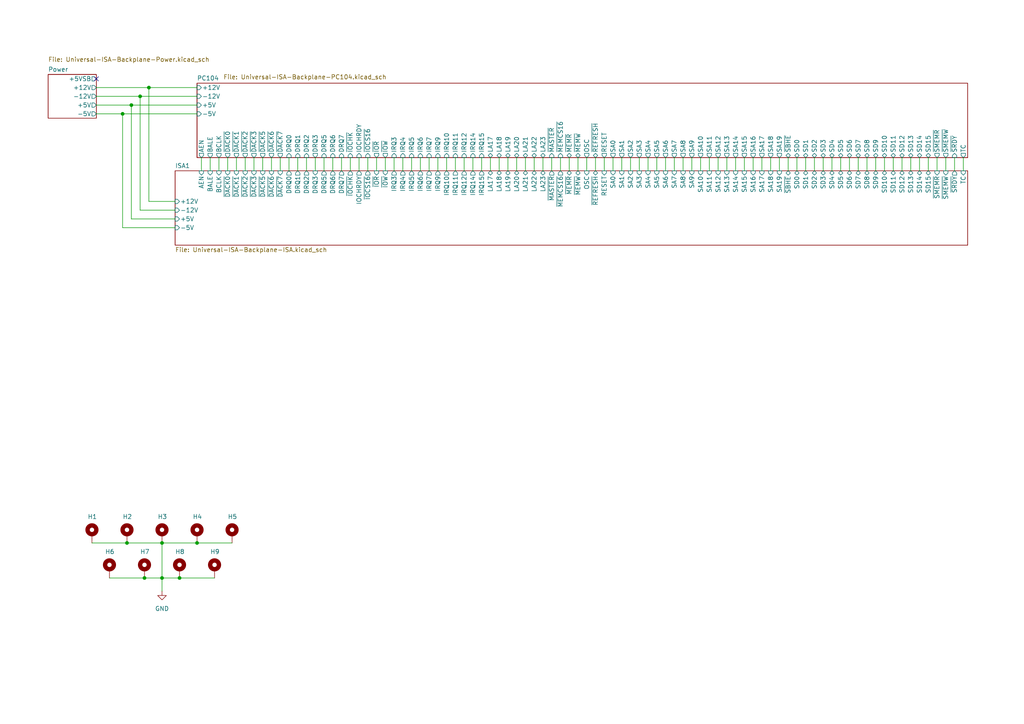
<source format=kicad_sch>
(kicad_sch (version 20211123) (generator eeschema)
  (paper "A4")
  (title_block (title "Universal ISA Backplane") (date "2022-01-08") (rev "1.99-dev") (company "Tedd | License: GFDLv3"))
  (lib_symbols
    (symbol "Mechanical:MountingHole_Pad" (pin_numbers hide) (pin_names (offset 1.016) hide)
      (property "Reference" "H" (at 0 6.35 0))
      (property "Value" "MountingHole_Pad" (at 0 4.445 0))
      (symbol "MountingHole_Pad_0_1"
        (circle (center 0 1.27) (radius 1.27) (stroke (width 1.27)))
      )
      (symbol "MountingHole_Pad_1_1"
        (pin input line (at 0 -2.54 90) (length 2.54) (name "1") (number "1"))
      )
    )
    (symbol "power:GND" (power) (pin_names (offset 0))
      (property "Value" "GND" (at 0 -3.81 0))
      (symbol "GND_0_1"
        (polyline (pts (xy 0 0) (xy 0 -1.27) (xy 1.27 -1.27) (xy 0 -2.54) (xy -1.27 -1.27) (xy 0 -1.27)))
      )
      (symbol "GND_1_1"
        (pin power_in line (at 0 0 270) (length 0) hide (name "GND") (number "1"))
      )
    )
  )
  (junction (at 52.07 167.64))
  (junction (at 46.99 157.48))
  (junction (at 43.18 25.4))
  (junction (at 41.91 167.64))
  (junction (at 36.83 157.48))
  (junction (at 57.15 157.48))
  (junction (at 38.1 30.48))
  (junction (at 40.64 27.94))
  (junction (at 46.99 167.64))
  (junction (at 35.56 33.02))
  (no_connect (at 27.94 22.86))
  (wire (pts (xy 81.28 45.72) (xy 81.28 49.53)))
  (wire (pts (xy 46.99 167.64) (xy 52.07 167.64)))
  (wire (pts (xy 43.18 58.42) (xy 50.8 58.42)))
  (wire (pts (xy 200.66 45.72) (xy 200.66 49.53)))
  (wire (pts (xy 256.54 45.72) (xy 256.54 49.53)))
  (wire (pts (xy 215.9 45.72) (xy 215.9 49.53)))
  (wire (pts (xy 231.14 45.72) (xy 231.14 49.53)))
  (wire (pts (xy 182.88 45.72) (xy 182.88 49.53)))
  (wire (pts (xy 144.78 45.72) (xy 144.78 49.53)))
  (wire (pts (xy 40.64 27.94) (xy 40.64 60.96)))
  (wire (pts (xy 132.08 45.72) (xy 132.08 49.53)))
  (wire (pts (xy 43.18 25.4) (xy 57.15 25.4)))
  (wire (pts (xy 210.82 45.72) (xy 210.82 49.53)))
  (wire (pts (xy 218.44 45.72) (xy 218.44 49.53)))
  (wire (pts (xy 266.7 45.72) (xy 266.7 49.53)))
  (wire (pts (xy 27.94 30.48) (xy 38.1 30.48)))
  (wire (pts (xy 154.94 45.72) (xy 154.94 49.53)))
  (wire (pts (xy 99.06 45.72) (xy 99.06 49.53)))
  (wire (pts (xy 68.58 45.72) (xy 68.58 49.53)))
  (wire (pts (xy 114.3 45.72) (xy 114.3 49.53)))
  (wire (pts (xy 36.83 157.48) (xy 46.99 157.48)))
  (wire (pts (xy 139.7 45.72) (xy 139.7 49.53)))
  (wire (pts (xy 41.91 167.64) (xy 46.99 167.64)))
  (wire (pts (xy 264.16 45.72) (xy 264.16 49.53)))
  (wire (pts (xy 46.99 167.64) (xy 46.99 171.45)))
  (wire (pts (xy 111.76 45.72) (xy 111.76 49.53)))
  (wire (pts (xy 119.38 45.72) (xy 119.38 49.53)))
  (wire (pts (xy 170.18 45.72) (xy 170.18 49.53)))
  (wire (pts (xy 71.12 45.72) (xy 71.12 49.53)))
  (wire (pts (xy 205.74 45.72) (xy 205.74 49.53)))
  (wire (pts (xy 63.5 45.72) (xy 63.5 49.53)))
  (wire (pts (xy 116.84 45.72) (xy 116.84 49.53)))
  (wire (pts (xy 86.36 45.72) (xy 86.36 49.53)))
  (wire (pts (xy 134.62 45.72) (xy 134.62 49.53)))
  (wire (pts (xy 142.24 45.72) (xy 142.24 49.53)))
  (wire (pts (xy 180.34 45.72) (xy 180.34 49.53)))
  (wire (pts (xy 121.92 45.72) (xy 121.92 49.53)))
  (wire (pts (xy 177.8 45.72) (xy 177.8 49.53)))
  (wire (pts (xy 57.15 157.48) (xy 67.31 157.48)))
  (wire (pts (xy 147.32 45.72) (xy 147.32 49.53)))
  (wire (pts (xy 106.68 45.72) (xy 106.68 49.53)))
  (wire (pts (xy 73.66 45.72) (xy 73.66 49.53)))
  (wire (pts (xy 101.6 45.72) (xy 101.6 49.53)))
  (wire (pts (xy 109.22 45.72) (xy 109.22 49.53)))
  (wire (pts (xy 167.64 45.72) (xy 167.64 49.53)))
  (wire (pts (xy 213.36 45.72) (xy 213.36 49.53)))
  (wire (pts (xy 27.94 33.02) (xy 35.56 33.02)))
  (wire (pts (xy 83.82 45.72) (xy 83.82 49.53)))
  (wire (pts (xy 193.04 45.72) (xy 193.04 49.53)))
  (wire (pts (xy 279.4 45.72) (xy 279.4 49.53)))
  (wire (pts (xy 172.72 45.72) (xy 172.72 49.53)))
  (wire (pts (xy 223.52 45.72) (xy 223.52 49.53)))
  (wire (pts (xy 175.26 45.72) (xy 175.26 49.53)))
  (wire (pts (xy 248.92 45.72) (xy 248.92 49.53)))
  (wire (pts (xy 276.86 45.72) (xy 276.86 49.53)))
  (wire (pts (xy 27.94 25.4) (xy 43.18 25.4)))
  (wire (pts (xy 271.78 45.72) (xy 271.78 49.53)))
  (wire (pts (xy 91.44 45.72) (xy 91.44 49.53)))
  (wire (pts (xy 66.04 45.72) (xy 66.04 49.53)))
  (wire (pts (xy 78.74 45.72) (xy 78.74 49.53)))
  (wire (pts (xy 93.98 45.72) (xy 93.98 49.53)))
  (wire (pts (xy 35.56 33.02) (xy 35.56 66.04)))
  (wire (pts (xy 241.3 45.72) (xy 241.3 49.53)))
  (wire (pts (xy 246.38 45.72) (xy 246.38 49.53)))
  (wire (pts (xy 274.32 45.72) (xy 274.32 49.53)))
  (wire (pts (xy 198.12 45.72) (xy 198.12 49.53)))
  (wire (pts (xy 254 45.72) (xy 254 49.53)))
  (wire (pts (xy 46.99 157.48) (xy 46.99 167.64)))
  (wire (pts (xy 152.4 45.72) (xy 152.4 49.53)))
  (wire (pts (xy 203.2 45.72) (xy 203.2 49.53)))
  (wire (pts (xy 165.1 45.72) (xy 165.1 49.53)))
  (wire (pts (xy 236.22 45.72) (xy 236.22 49.53)))
  (wire (pts (xy 220.98 45.72) (xy 220.98 49.53)))
  (wire (pts (xy 157.48 45.72) (xy 157.48 49.53)))
  (wire (pts (xy 162.56 45.72) (xy 162.56 49.53)))
  (wire (pts (xy 261.62 45.72) (xy 261.62 49.53)))
  (wire (pts (xy 269.24 45.72) (xy 269.24 49.53)))
  (wire (pts (xy 195.58 45.72) (xy 195.58 49.53)))
  (wire (pts (xy 149.86 45.72) (xy 149.86 49.53)))
  (wire (pts (xy 76.2 45.72) (xy 76.2 49.53)))
  (wire (pts (xy 104.14 45.72) (xy 104.14 49.53)))
  (wire (pts (xy 259.08 45.72) (xy 259.08 49.53)))
  (wire (pts (xy 43.18 25.4) (xy 43.18 58.42)))
  (wire (pts (xy 52.07 167.64) (xy 62.23 167.64)))
  (wire (pts (xy 40.64 60.96) (xy 50.8 60.96)))
  (wire (pts (xy 46.99 157.48) (xy 57.15 157.48)))
  (wire (pts (xy 60.96 45.72) (xy 60.96 49.53)))
  (wire (pts (xy 190.5 45.72) (xy 190.5 49.53)))
  (wire (pts (xy 187.96 45.72) (xy 187.96 49.53)))
  (wire (pts (xy 38.1 30.48) (xy 57.15 30.48)))
  (wire (pts (xy 208.28 45.72) (xy 208.28 49.53)))
  (wire (pts (xy 96.52 45.72) (xy 96.52 49.53)))
  (wire (pts (xy 40.64 27.94) (xy 57.15 27.94)))
  (wire (pts (xy 238.76 45.72) (xy 238.76 49.53)))
  (wire (pts (xy 38.1 30.48) (xy 38.1 63.5)))
  (wire (pts (xy 35.56 66.04) (xy 50.8 66.04)))
  (wire (pts (xy 228.6 45.72) (xy 228.6 49.53)))
  (wire (pts (xy 27.94 27.94) (xy 40.64 27.94)))
  (wire (pts (xy 127 45.72) (xy 127 49.53)))
  (wire (pts (xy 38.1 63.5) (xy 50.8 63.5)))
  (wire (pts (xy 160.02 45.72) (xy 160.02 49.53)))
  (wire (pts (xy 251.46 45.72) (xy 251.46 49.53)))
  (wire (pts (xy 137.16 45.72) (xy 137.16 49.53)))
  (wire (pts (xy 185.42 45.72) (xy 185.42 49.53)))
  (wire (pts (xy 129.54 45.72) (xy 129.54 49.53)))
  (wire (pts (xy 31.75 167.64) (xy 41.91 167.64)))
  (wire (pts (xy 26.67 157.48) (xy 36.83 157.48)))
  (wire (pts (xy 226.06 45.72) (xy 226.06 49.53)))
  (wire (pts (xy 233.68 45.72) (xy 233.68 49.53)))
  (wire (pts (xy 35.56 33.02) (xy 57.15 33.02)))
  (wire (pts (xy 88.9 45.72) (xy 88.9 49.53)))
  (wire (pts (xy 124.46 45.72) (xy 124.46 49.53)))
  (wire (pts (xy 243.84 45.72) (xy 243.84 49.53)))
  (wire (pts (xy 58.42 45.72) (xy 58.42 49.53)))
  (symbol (lib_id "Mechanical:MountingHole_Pad") (at 46.99 154.94 0) (unit 1)
    (property "Reference" "H3" (at 45.72 149.86 0) (effects (justify left)))
    (property "Value" "MountingHole_Pad" (effects hide))
    (property "Footprint" "MountingHole:MountingHole_4mm_Pad_TopBottom" (effects hide))
  )
  (symbol (lib_id "Mechanical:MountingHole_Pad") (at 62.23 165.1 0) (unit 1)
    (property "Reference" "H9" (at 60.96 160.02 0) (effects (justify left)))
    (property "Value" "MountingHole_Pad" (effects hide))
    (property "Footprint" "MountingHole:MountingHole_4mm_Pad_TopBottom" (effects hide))
  )
  (symbol (lib_id "Mechanical:MountingHole_Pad") (at 26.67 154.94 0) (unit 1)
    (property "Reference" "H1" (at 25.4 149.86 0) (effects (justify left)))
    (property "Value" "MountingHole_Pad" (effects hide))
    (property "Footprint" "MountingHole:MountingHole_4mm_Pad_TopBottom" (effects hide))
  )
  (symbol (lib_id "Mechanical:MountingHole_Pad") (at 41.91 165.1 0) (unit 1)
    (property "Reference" "H7" (at 40.64 160.02 0) (effects (justify left)))
    (property "Value" "MountingHole_Pad" (effects hide))
    (property "Footprint" "MountingHole:MountingHole_4mm_Pad_TopBottom" (effects hide))
  )
  (symbol (lib_id "Mechanical:MountingHole_Pad") (at 67.31 154.94 0) (unit 1)
    (property "Reference" "H5" (at 66.04 149.86 0) (effects (justify left)))
    (property "Value" "MountingHole_Pad" (effects hide))
    (property "Footprint" "MountingHole:MountingHole_4mm_Pad_TopBottom" (effects hide))
  )
  (symbol (lib_id "Mechanical:MountingHole_Pad") (at 57.15 154.94 0) (unit 1)
    (property "Reference" "H4" (at 55.88 149.86 0) (effects (justify left)))
    (property "Value" "MountingHole_Pad" (effects hide))
    (property "Footprint" "MountingHole:MountingHole_4mm_Pad_TopBottom" (effects hide))
  )
  (symbol (lib_id "Mechanical:MountingHole_Pad") (at 36.83 154.94 0) (mirror y) (unit 1)
    (property "Reference" "H2" (at 35.56 149.86 0) (effects (justify right)))
    (property "Value" "MountingHole_Pad" (effects hide))
    (property "Footprint" "MountingHole:MountingHole_4mm_Pad_TopBottom" (effects hide))
  )
  (symbol (lib_id "power:GND") (at 46.99 171.45 0) (mirror y) (unit 1)
    (property "Reference" "#PWR0102" (effects hide))
    (property "Value" "GND" (at 46.99 176.53 0))
  )
  (symbol (lib_id "Mechanical:MountingHole_Pad") (at 31.75 165.1 0) (unit 1)
    (property "Reference" "H6" (at 30.48 160.02 0) (effects (justify left)))
    (property "Value" "MountingHole_Pad" (effects hide))
    (property "Footprint" "MountingHole:MountingHole_4mm_Pad_TopBottom" (effects hide))
  )
  (symbol (lib_id "Mechanical:MountingHole_Pad") (at 52.07 165.1 0) (unit 1)
    (property "Reference" "H8" (at 50.8 160.02 0) (effects (justify left)))
    (property "Value" "MountingHole_Pad" (effects hide))
    (property "Footprint" "MountingHole:MountingHole_4mm_Pad_TopBottom" (effects hide))
  )
  (sheet (at 57.15 24.13) (size 223.52 21.59) (stroke (width 0.1524))
    (property "Sheet name" "PC104" (at 57.15 23.4184 0) (effects (justify left bottom)))
    (property "Sheet file" "Universal-ISA-Backplane-PC104.kicad_sch" (at 64.77 21.59 0) (effects (justify left top)))
    (pin "-12V" input (at 57.15 27.94 180))
    (pin "+12V" input (at 57.15 25.4 180))
    (pin "-5V" input (at 57.15 33.02 180))
    (pin "+5V" input (at 57.15 30.48 180))
    (pin "SA0" output (at 177.8 45.72 270))
    (pin "SA5" output (at 190.5 45.72 270))
    (pin "SA6" output (at 193.04 45.72 270))
    (pin "IRQ4" input (at 116.84 45.72 270))
    (pin "IRQ5" input (at 119.38 45.72 270))
    (pin "IRQ3" input (at 114.3 45.72 270))
    (pin "SA3" output (at 185.42 45.72 270))
    (pin "SA2" output (at 182.88 45.72 270))
    (pin "SA1" output (at 180.34 45.72 270))
    (pin "SA4" output (at 187.96 45.72 270))
    (pin "BALE" output (at 60.96 45.72 270))
    (pin "OSC" output (at 170.18 45.72 270))
    (pin "TC" output (at 279.4 45.72 270))
    (pin "SA8" output (at 198.12 45.72 270))
    (pin "SA9" output (at 200.66 45.72 270))
    (pin "SA7" output (at 195.58 45.72 270))
    (pin "SD6" bidirectional (at 246.38 45.72 270))
    (pin "SD7" bidirectional (at 248.92 45.72 270))
    (pin "~{IOCHK}" input (at 101.6 45.72 270))
    (pin "SD1" bidirectional (at 233.68 45.72 270))
    (pin "SD0" bidirectional (at 231.14 45.72 270))
    (pin "IOCHRDY" input (at 104.14 45.72 270))
    (pin "SA19" output (at 226.06 45.72 270))
    (pin "SA18" output (at 223.52 45.72 270))
    (pin "AEN" output (at 58.42 45.72 270))
    (pin "SD2" bidirectional (at 236.22 45.72 270))
    (pin "SD4" bidirectional (at 241.3 45.72 270))
    (pin "SD3" bidirectional (at 238.76 45.72 270))
    (pin "SD5" bidirectional (at 243.84 45.72 270))
    (pin "SD15" bidirectional (at 269.24 45.72 270))
    (pin "SD14" bidirectional (at 266.7 45.72 270))
    (pin "SD11" bidirectional (at 259.08 45.72 270))
    (pin "SD13" bidirectional (at 264.16 45.72 270))
    (pin "SD12" bidirectional (at 261.62 45.72 270))
    (pin "SD8" bidirectional (at 251.46 45.72 270))
    (pin "SD10" bidirectional (at 256.54 45.72 270))
    (pin "SD9" bidirectional (at 254 45.72 270))
    (pin "DRQ7" input (at 99.06 45.72 270))
    (pin "~{MASTER}" input (at 160.02 45.72 270))
    (pin "DRQ6" input (at 96.52 45.72 270))
    (pin "~{DACK7}" output (at 81.28 45.72 270))
    (pin "DRQ5" input (at 93.98 45.72 270))
    (pin "IRQ7" input (at 124.46 45.72 270))
    (pin "SA15" output (at 215.9 45.72 270))
    (pin "SA17" output (at 220.98 45.72 270))
    (pin "SA14" output (at 213.36 45.72 270))
    (pin "SA16" output (at 218.44 45.72 270))
    (pin "SA11" output (at 205.74 45.72 270))
    (pin "SA13" output (at 210.82 45.72 270))
    (pin "SA10" output (at 203.2 45.72 270))
    (pin "SA12" output (at 208.28 45.72 270))
    (pin "~{IOR}" output (at 109.22 45.72 270))
    (pin "~{SBHE}" bidirectional (at 228.6 45.72 270))
    (pin "RESET" output (at 175.26 45.72 270))
    (pin "LA17" bidirectional (at 142.24 45.72 270))
    (pin "~{MEMR}" bidirectional (at 165.1 45.72 270))
    (pin "~{MEMW}" bidirectional (at 167.64 45.72 270))
    (pin "IRQ6" input (at 121.92 45.72 270))
    (pin "~{DACK2}" output (at 71.12 45.72 270))
    (pin "DRQ2" input (at 88.9 45.72 270))
    (pin "IRQ9" input (at 127 45.72 270))
    (pin "~{SMEMR}" output (at 271.78 45.72 270))
    (pin "~{SRDY}" input (at 276.86 45.72 270))
    (pin "~{IOW}" output (at 111.76 45.72 270))
    (pin "~{SMEMW}" output (at 274.32 45.72 270))
    (pin "~{REFRESH}" bidirectional (at 172.72 45.72 270))
    (pin "DRQ1" input (at 86.36 45.72 270))
    (pin "DRQ3" output (at 91.44 45.72 270))
    (pin "~{DACK1}" output (at 68.58 45.72 270))
    (pin "BCLK" output (at 63.5 45.72 270))
    (pin "~{DACK3}" output (at 73.66 45.72 270))
    (pin "~{MEMCS16}" input (at 162.56 45.72 270))
    (pin "~{DACK0}" output (at 66.04 45.72 270))
    (pin "DRQ0" input (at 83.82 45.72 270))
    (pin "IRQ14" input (at 137.16 45.72 270))
    (pin "~{DACK5}" output (at 76.2 45.72 270))
    (pin "~{DACK6}" output (at 78.74 45.72 270))
    (pin "LA23" bidirectional (at 157.48 45.72 270))
    (pin "~{IOCS16}" input (at 106.68 45.72 270))
    (pin "IRQ10" input (at 129.54 45.72 270))
    (pin "IRQ15" input (at 139.7 45.72 270))
    (pin "IRQ12" input (at 134.62 45.72 270))
    (pin "IRQ11" input (at 132.08 45.72 270))
    (pin "LA20" bidirectional (at 149.86 45.72 270))
    (pin "LA19" bidirectional (at 147.32 45.72 270))
    (pin "LA22" bidirectional (at 154.94 45.72 270))
    (pin "LA18" bidirectional (at 144.78 45.72 270))
    (pin "LA21" bidirectional (at 152.4 45.72 270))
  )
  (sheet (at 13.97 21.59) (size 13.97 12.7) (stroke (width 0.1524))
    (property "Sheet name" "Power" (at 13.97 20.8784 0) (effects (justify left bottom)))
    (property "Sheet file" "Universal-ISA-Backplane-Power.kicad_sch" (at 13.97 16.51 0) (effects (justify left top)))
    (pin "+5VSB" output (at 27.94 22.86 0))
    (pin "+12V" output (at 27.94 25.4 0))
    (pin "-12V" output (at 27.94 27.94 0))
    (pin "+5V" output (at 27.94 30.48 0))
    (pin "-5V" output (at 27.94 33.02 0))
  )
  (sheet (at 50.8 49.53) (size 229.87 21.59) (stroke (width 0.1524))
    (property "Sheet name" "ISA1" (at 50.8 48.8184 0) (effects (justify left bottom)))
    (property "Sheet file" "Universal-ISA-Backplane-ISA.kicad_sch" (at 50.8 71.7046 0) (effects (justify left top)))
    (pin "SA5" input (at 190.5 49.53 90))
    (pin "SA6" input (at 193.04 49.53 90))
    (pin "SA4" input (at 187.96 49.53 90))
    (pin "SA3" input (at 185.42 49.53 90))
    (pin "SA1" input (at 180.34 49.53 90))
    (pin "~{SBHE}" bidirectional (at 228.6 49.53 90))
    (pin "SA0" input (at 177.8 49.53 90))
    (pin "SA2" input (at 182.88 49.53 90))
    (pin "OSC" input (at 170.18 49.53 90))
    (pin "+5V" input (at 50.8 63.5 180))
    (pin "IRQ5" output (at 119.38 49.53 90))
    (pin "IRQ6" output (at 121.92 49.53 90))
    (pin "IRQ4" output (at 116.84 49.53 90))
    (pin "IRQ3" output (at 114.3 49.53 90))
    (pin "LA22" bidirectional (at 154.94 49.53 90))
    (pin "LA19" bidirectional (at 147.32 49.53 90))
    (pin "LA23" bidirectional (at 157.48 49.53 90))
    (pin "~{IOCS16}" output (at 106.68 49.53 90))
    (pin "IRQ10" output (at 129.54 49.53 90))
    (pin "~{MEMCS16}" output (at 162.56 49.53 90))
    (pin "SA9" input (at 200.66 49.53 90))
    (pin "SA8" input (at 198.12 49.53 90))
    (pin "SA7" input (at 195.58 49.53 90))
    (pin "BALE" input (at 60.96 49.53 90))
    (pin "TC" input (at 279.4 49.53 90))
    (pin "~{DACK2}" input (at 71.12 49.53 90))
    (pin "DRQ2" output (at 88.9 49.53 90))
    (pin "-12V" input (at 50.8 60.96 180))
    (pin "~{SRDY}" output (at 276.86 49.53 90))
    (pin "~{SMEMW}" input (at 274.32 49.53 90))
    (pin "~{SMEMR}" input (at 271.78 49.53 90))
    (pin "+12V" input (at 50.8 58.42 180))
    (pin "-5V" input (at 50.8 66.04 180))
    (pin "RESET" input (at 175.26 49.53 90))
    (pin "IRQ9" output (at 127 49.53 90))
    (pin "SD0" bidirectional (at 231.14 49.53 90))
    (pin "SD1" bidirectional (at 233.68 49.53 90))
    (pin "SA16" input (at 218.44 49.53 90))
    (pin "SA17" input (at 220.98 49.53 90))
    (pin "SA18" input (at 223.52 49.53 90))
    (pin "SD5" bidirectional (at 243.84 49.53 90))
    (pin "SD6" bidirectional (at 246.38 49.53 90))
    (pin "SD7" bidirectional (at 248.92 49.53 90))
    (pin "~{IOCHK}" output (at 101.6 49.53 90))
    (pin "SD2" bidirectional (at 236.22 49.53 90))
    (pin "SD3" bidirectional (at 238.76 49.53 90))
    (pin "SD4" bidirectional (at 241.3 49.53 90))
    (pin "SA11" input (at 205.74 49.53 90))
    (pin "SA15" input (at 215.9 49.53 90))
    (pin "SA12" input (at 208.28 49.53 90))
    (pin "SA13" input (at 210.82 49.53 90))
    (pin "SA10" input (at 203.2 49.53 90))
    (pin "SA14" input (at 213.36 49.53 90))
    (pin "IOCHRDY" output (at 104.14 49.53 90))
    (pin "SA19" input (at 226.06 49.53 90))
    (pin "AEN" input (at 58.42 49.53 90))
    (pin "LA20" bidirectional (at 149.86 49.53 90))
    (pin "LA21" bidirectional (at 152.4 49.53 90))
    (pin "LA18" bidirectional (at 144.78 49.53 90))
    (pin "SD15" bidirectional (at 269.24 49.53 90))
    (pin "SD14" bidirectional (at 266.7 49.53 90))
    (pin "SD12" bidirectional (at 261.62 49.53 90))
    (pin "SD11" bidirectional (at 259.08 49.53 90))
    (pin "SD10" bidirectional (at 256.54 49.53 90))
    (pin "SD13" bidirectional (at 264.16 49.53 90))
    (pin "SD9" bidirectional (at 254 49.53 90))
    (pin "~{MEMW}" bidirectional (at 167.64 49.53 90))
    (pin "~{MEMR}" bidirectional (at 165.1 49.53 90))
    (pin "LA17" bidirectional (at 142.24 49.53 90))
    (pin "SD8" bidirectional (at 251.46 49.53 90))
    (pin "~{DACK5}" input (at 76.2 49.53 90))
    (pin "DRQ5" output (at 93.98 49.53 90))
    (pin "DRQ7" output (at 99.06 49.53 90))
    (pin "~{DACK7}" input (at 81.28 49.53 90))
    (pin "DRQ6" output (at 96.52 49.53 90))
    (pin "~{DACK6}" input (at 78.74 49.53 90))
    (pin "IRQ12" output (at 134.62 49.53 90))
    (pin "IRQ11" output (at 132.08 49.53 90))
    (pin "IRQ15" output (at 139.7 49.53 90))
    (pin "~{MASTER}" output (at 160.02 49.53 90))
    (pin "IRQ14" output (at 137.16 49.53 90))
    (pin "DRQ0" output (at 83.82 49.53 90))
    (pin "~{DACK0}" input (at 66.04 49.53 90))
    (pin "BCLK" input (at 63.5 49.53 90))
    (pin "IRQ7" output (at 124.46 49.53 90))
    (pin "~{IOR}" input (at 109.22 49.53 90))
    (pin "~{IOW}" input (at 111.76 49.53 90))
    (pin "DRQ1" output (at 86.36 49.53 90))
    (pin "~{DACK1}" input (at 68.58 49.53 90))
    (pin "~{REFRESH}" bidirectional (at 172.72 49.53 90))
    (pin "~{DACK3}" input (at 73.66 49.53 90))
    (pin "DRQ3" input (at 91.44 49.53 90))
  )
)
</source>
